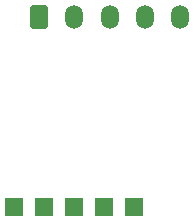
<source format=gbl>
G04 #@! TF.GenerationSoftware,KiCad,Pcbnew,7.0.6*
G04 #@! TF.CreationDate,2023-11-06T13:05:05-08:00*
G04 #@! TF.ProjectId,PFLOW_mounting_board,50464c4f-575f-46d6-9f75-6e74696e675f,rev?*
G04 #@! TF.SameCoordinates,Original*
G04 #@! TF.FileFunction,Copper,L2,Bot*
G04 #@! TF.FilePolarity,Positive*
%FSLAX46Y46*%
G04 Gerber Fmt 4.6, Leading zero omitted, Abs format (unit mm)*
G04 Created by KiCad (PCBNEW 7.0.6) date 2023-11-06 13:05:05*
%MOMM*%
%LPD*%
G01*
G04 APERTURE LIST*
G04 Aperture macros list*
%AMRoundRect*
0 Rectangle with rounded corners*
0 $1 Rounding radius*
0 $2 $3 $4 $5 $6 $7 $8 $9 X,Y pos of 4 corners*
0 Add a 4 corners polygon primitive as box body*
4,1,4,$2,$3,$4,$5,$6,$7,$8,$9,$2,$3,0*
0 Add four circle primitives for the rounded corners*
1,1,$1+$1,$2,$3*
1,1,$1+$1,$4,$5*
1,1,$1+$1,$6,$7*
1,1,$1+$1,$8,$9*
0 Add four rect primitives between the rounded corners*
20,1,$1+$1,$2,$3,$4,$5,0*
20,1,$1+$1,$4,$5,$6,$7,0*
20,1,$1+$1,$6,$7,$8,$9,0*
20,1,$1+$1,$8,$9,$2,$3,0*%
G04 Aperture macros list end*
G04 #@! TA.AperFunction,ComponentPad*
%ADD10R,1.524000X1.524000*%
G04 #@! TD*
G04 #@! TA.AperFunction,ComponentPad*
%ADD11RoundRect,0.250001X-0.499999X-0.759999X0.499999X-0.759999X0.499999X0.759999X-0.499999X0.759999X0*%
G04 #@! TD*
G04 #@! TA.AperFunction,ComponentPad*
%ADD12O,1.500000X2.020000*%
G04 #@! TD*
G04 APERTURE END LIST*
D10*
X123440000Y-106700000D03*
X125980000Y-106700000D03*
X128520000Y-106700000D03*
X131060000Y-106700000D03*
X133600000Y-106700000D03*
D11*
X125568000Y-90604000D03*
D12*
X128568000Y-90604000D03*
X131568000Y-90604000D03*
X134568000Y-90604000D03*
X137568000Y-90604000D03*
M02*

</source>
